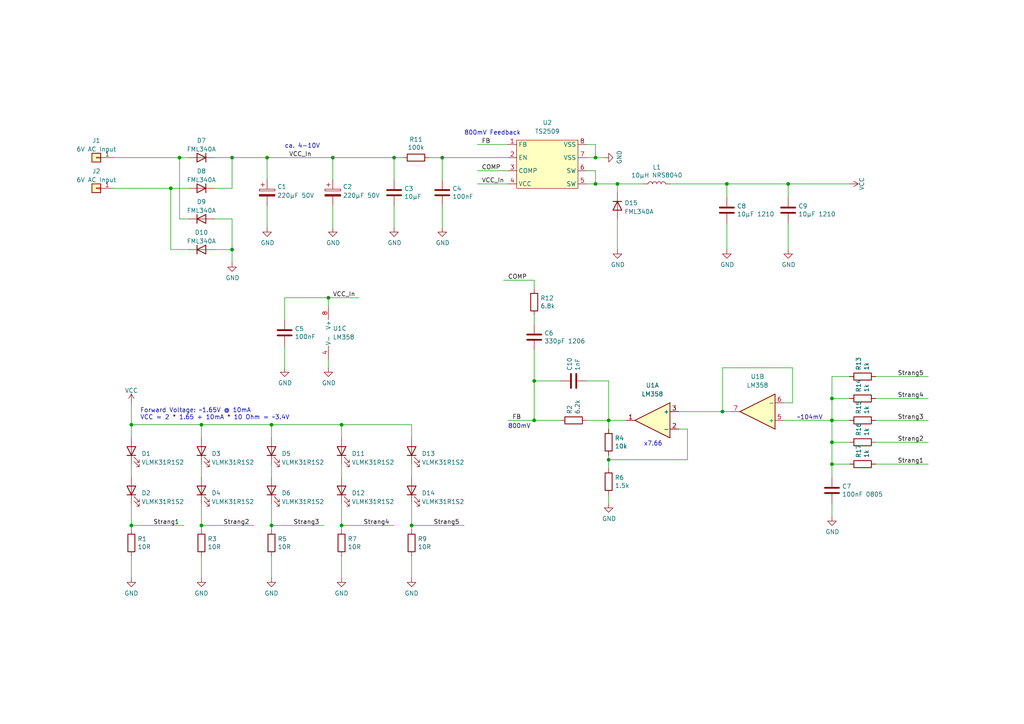
<source format=kicad_sch>
(kicad_sch (version 20211123) (generator eeschema)
  (paper "A4")
  (lib_symbols
    (symbol "Amplifier_Operational:LM358" (pin_names (offset 0.127))
      (property "Reference" "U" (at 0 5.08 0))
      (property "Value" "LM358" (at 0 -5.08 0))
      (symbol "LM358_1_1"
        (polyline (pts (xy -5.08 5.08) (xy 5.08 0) (xy -5.08 -5.08) (xy -5.08 5.08)) (stroke (width 0.254)) (fill (type background)))
        (pin output line (at 7.62 0 180) (length 2.54) (name "~") (number "1"))
        (pin input line (at -7.62 -2.54 0) (length 2.54) (name "-") (number "2"))
        (pin input line (at -7.62 2.54 0) (length 2.54) (name "+") (number "3"))
      )
      (symbol "LM358_2_1"
        (polyline (pts (xy -5.08 5.08) (xy 5.08 0) (xy -5.08 -5.08) (xy -5.08 5.08)) (stroke (width 0.254)) (fill (type background)))
        (pin input line (at -7.62 2.54 0) (length 2.54) (name "+") (number "5"))
        (pin input line (at -7.62 -2.54 0) (length 2.54) (name "-") (number "6"))
        (pin output line (at 7.62 0 180) (length 2.54) (name "~") (number "7"))
      )
      (symbol "LM358_3_1"
        (pin power_in line (at -2.54 -7.62 90) (length 3.81) (name "V-") (number "4"))
        (pin power_in line (at -2.54 7.62 270) (length 3.81) (name "V+") (number "8"))
      )
    )
    (symbol "Connector_Generic:Conn_01x01" (pin_names (offset 1.016) hide)
      (property "Reference" "J" (at 0 2.54 0))
      (property "Value" "Conn_01x01" (at 0 -2.54 0))
      (symbol "Conn_01x01_1_1"
        (rectangle (start -1.27 0.127) (end 0 -0.127) (stroke (width 0.1524)))
        (rectangle (start -1.27 1.27) (end 1.27 -1.27) (stroke (width 0.254)) (fill (type background)))
        (pin passive line (at -5.08 0 0) (length 3.81) (name "Pin_1") (number "1"))
      )
    )
    (symbol "Device:C" (pin_numbers hide) (pin_names (offset 0.254))
      (property "Reference" "C" (at 0.635 2.54 0))
      (property "Value" "C" (at 0.635 -2.54 0))
      (symbol "C_0_1"
        (polyline (pts (xy -2.032 -0.762) (xy 2.032 -0.762)) (stroke (width 0.508)))
        (polyline (pts (xy -2.032 0.762) (xy 2.032 0.762)) (stroke (width 0.508)))
      )
      (symbol "C_1_1"
        (pin passive line (at 0 3.81 270) (length 2.794) (name "~") (number "1"))
        (pin passive line (at 0 -3.81 90) (length 2.794) (name "~") (number "2"))
      )
    )
    (symbol "Device:C_Polarized" (pin_numbers hide) (pin_names (offset 0.254))
      (property "Reference" "C" (at 0.635 2.54 0))
      (property "Value" "C_Polarized" (at 0.635 -2.54 0))
      (symbol "C_Polarized_0_1"
        (rectangle (start -2.286 0.508) (end 2.286 1.016))
        (polyline (pts (xy -1.778 2.286) (xy -0.762 2.286)))
        (polyline (pts (xy -1.27 2.794) (xy -1.27 1.778)))
        (rectangle (start 2.286 -0.508) (end -2.286 -1.016) (fill (type outline)))
      )
      (symbol "C_Polarized_1_1"
        (pin passive line (at 0 3.81 270) (length 2.794) (name "~") (number "1"))
        (pin passive line (at 0 -3.81 90) (length 2.794) (name "~") (number "2"))
      )
    )
    (symbol "Device:D" (pin_numbers hide) (pin_names (offset 1.016) hide)
      (property "Reference" "D" (at 0 2.54 0))
      (property "Value" "D" (at 0 -2.54 0))
      (symbol "D_0_1"
        (polyline (pts (xy -1.27 1.27) (xy -1.27 -1.27)) (stroke (width 0.254)))
        (polyline (pts (xy 1.27 0) (xy -1.27 0)))
        (polyline (pts (xy 1.27 1.27) (xy 1.27 -1.27) (xy -1.27 0) (xy 1.27 1.27)) (stroke (width 0.254)))
      )
      (symbol "D_1_1"
        (pin passive line (at -3.81 0 0) (length 2.54) (name "K") (number "1"))
        (pin passive line (at 3.81 0 180) (length 2.54) (name "A") (number "2"))
      )
    )
    (symbol "Device:L" (pin_numbers hide) (pin_names (offset 1.016) hide)
      (property "Reference" "L" (at -1.27 0 90))
      (property "Value" "L" (at 1.905 0 90))
      (symbol "L_0_1"
        (arc (start 0 -2.54) (mid 0.635 -1.905) (end 0 -1.27))
        (arc (start 0 -1.27) (mid 0.635 -0.635) (end 0 0))
        (arc (start 0 0) (mid 0.635 0.635) (end 0 1.27))
        (arc (start 0 1.27) (mid 0.635 1.905) (end 0 2.54))
      )
      (symbol "L_1_1"
        (pin passive line (at 0 3.81 270) (length 1.27) (name "1") (number "1"))
        (pin passive line (at 0 -3.81 90) (length 1.27) (name "2") (number "2"))
      )
    )
    (symbol "Device:LED" (pin_numbers hide) (pin_names (offset 1.016) hide)
      (property "Reference" "D" (at 0 2.54 0))
      (property "Value" "LED" (at 0 -2.54 0))
      (symbol "LED_0_1"
        (polyline (pts (xy -1.27 -1.27) (xy -1.27 1.27)) (stroke (width 0.254)))
        (polyline (pts (xy -1.27 0) (xy 1.27 0)))
        (polyline (pts (xy 1.27 -1.27) (xy 1.27 1.27) (xy -1.27 0) (xy 1.27 -1.27)) (stroke (width 0.254)))
        (polyline (pts (xy -3.048 -0.762) (xy -4.572 -2.286) (xy -3.81 -2.286) (xy -4.572 -2.286) (xy -4.572 -1.524)))
        (polyline (pts (xy -1.778 -0.762) (xy -3.302 -2.286) (xy -2.54 -2.286) (xy -3.302 -2.286) (xy -3.302 -1.524)))
      )
      (symbol "LED_1_1"
        (pin passive line (at -3.81 0 0) (length 2.54) (name "K") (number "1"))
        (pin passive line (at 3.81 0 180) (length 2.54) (name "A") (number "2"))
      )
    )
    (symbol "Device:R" (pin_numbers hide) (pin_names (offset 0))
      (property "Reference" "R" (at 2.032 0 90))
      (property "Value" "R" (at 0 0 90))
      (symbol "R_0_1"
        (rectangle (start -1.016 -2.54) (end 1.016 2.54) (stroke (width 0.254)))
      )
      (symbol "R_1_1"
        (pin passive line (at 0 3.81 270) (length 1.27) (name "~") (number "1"))
        (pin passive line (at 0 -3.81 90) (length 1.27) (name "~") (number "2"))
      )
    )
    (symbol "TS2509:TS2509"
      (property "Reference" "U" (at 0 16.51 0))
      (property "Value" "TS2509" (at 0 13.97 0))
      (symbol "TS2509_0_1"
        (rectangle (start -8.89 12.7) (end 8.89 -1.27) (fill (type background)))
      )
      (symbol "TS2509_1_1"
        (pin input line (at -11.43 11.43 0) (length 2.54) (name "FB") (number "1"))
        (pin input line (at -11.43 7.62 0) (length 2.54) (name "EN") (number "2"))
        (pin input line (at -11.43 3.81 0) (length 2.54) (name "COMP") (number "3"))
        (pin power_in line (at -11.43 0 0) (length 2.54) (name "VCC") (number "4"))
        (pin passive line (at 11.43 0 180) (length 2.54) (name "SW") (number "5"))
        (pin passive line (at 11.43 3.81 180) (length 2.54) (name "SW") (number "6"))
        (pin power_in line (at 11.43 7.62 180) (length 2.54) (name "VSS") (number "7"))
        (pin power_in line (at 11.43 11.43 180) (length 2.54) (name "VSS") (number "8"))
      )
    )
    (symbol "power:GND" (power) (pin_names (offset 0))
      (property "Value" "GND" (at 0 -3.81 0))
      (symbol "GND_0_1"
        (polyline (pts (xy 0 0) (xy 0 -1.27) (xy 1.27 -1.27) (xy 0 -2.54) (xy -1.27 -1.27) (xy 0 -1.27)))
      )
      (symbol "GND_1_1"
        (pin power_in line (at 0 0 270) (length 0) hide (name "GND") (number "1"))
      )
    )
    (symbol "power:VCC" (power) (pin_names (offset 0))
      (property "Value" "VCC" (at 0 3.81 0))
      (symbol "VCC_0_1"
        (polyline (pts (xy -0.762 1.27) (xy 0 2.54)))
        (polyline (pts (xy 0 0) (xy 0 2.54)))
        (polyline (pts (xy 0 2.54) (xy 0.762 1.27)))
      )
      (symbol "VCC_1_1"
        (pin power_in line (at 0 0 90) (length 0) hide (name "VCC") (number "1"))
      )
    )
  )
  (junction (at 67.31 72.39))
  (junction (at 241.3 128.27))
  (junction (at 99.06 123.19))
  (junction (at 99.06 152.4))
  (junction (at 96.52 45.72))
  (junction (at 154.94 110.49))
  (junction (at 38.1 152.4))
  (junction (at 38.1 123.19))
  (junction (at 67.31 45.72))
  (junction (at 241.3 115.57))
  (junction (at 58.42 123.19))
  (junction (at 77.47 45.72))
  (junction (at 78.74 152.4))
  (junction (at 95.25 86.36))
  (junction (at 78.74 123.19))
  (junction (at 114.3 45.72))
  (junction (at 128.27 45.72))
  (junction (at 176.53 133.35))
  (junction (at 179.07 53.34))
  (junction (at 172.72 45.72))
  (junction (at 176.53 121.92))
  (junction (at 154.94 121.92))
  (junction (at 209.55 119.38))
  (junction (at 49.53 54.61))
  (junction (at 210.82 53.34))
  (junction (at 241.3 121.92))
  (junction (at 241.3 134.62))
  (junction (at 58.42 152.4))
  (junction (at 228.6 53.34))
  (junction (at 52.07 45.72))
  (junction (at 119.38 152.4))
  (junction (at 172.72 53.34))
  (wire (pts (xy 179.07 53.34) (xy 179.07 55.88)))
  (wire (pts (xy 229.87 116.84) (xy 229.87 106.68)))
  (wire (pts (xy 67.31 72.39) (xy 67.31 76.2)))
  (wire (pts (xy 33.02 54.61) (xy 49.53 54.61)))
  (wire (pts (xy 52.07 45.72) (xy 54.61 45.72)))
  (wire (pts (xy 241.3 115.57) (xy 241.3 121.92)))
  (wire (pts (xy 77.47 45.72) (xy 96.52 45.72)))
  (wire (pts (xy 58.42 123.19) (xy 78.74 123.19)))
  (wire (pts (xy 95.25 88.9) (xy 95.25 86.36)))
  (wire (pts (xy 154.94 81.28) (xy 154.94 83.82)))
  (wire (pts (xy 154.94 91.44) (xy 154.94 93.98)))
  (wire (pts (xy 241.3 109.22) (xy 246.38 109.22)))
  (wire (pts (xy 96.52 45.72) (xy 96.52 52.07)))
  (wire (pts (xy 146.05 81.28) (xy 154.94 81.28)))
  (wire (pts (xy 95.25 86.36) (xy 104.14 86.36)))
  (wire (pts (xy 78.74 152.4) (xy 78.74 153.67)))
  (wire (pts (xy 54.61 63.5) (xy 52.07 63.5)))
  (wire (pts (xy 77.47 45.72) (xy 77.47 52.07)))
  (wire (pts (xy 170.18 53.34) (xy 172.72 53.34)))
  (wire (pts (xy 172.72 45.72) (xy 170.18 45.72)))
  (wire (pts (xy 58.42 161.29) (xy 58.42 167.64)))
  (wire (pts (xy 241.3 146.05) (xy 241.3 149.86)))
  (wire (pts (xy 99.06 146.05) (xy 99.06 152.4)))
  (wire (pts (xy 227.33 121.92) (xy 241.3 121.92)))
  (wire (pts (xy 38.1 152.4) (xy 38.1 153.67)))
  (wire (pts (xy 172.72 53.34) (xy 179.07 53.34)))
  (wire (pts (xy 38.1 127) (xy 38.1 123.19)))
  (wire (pts (xy 54.61 54.61) (xy 49.53 54.61)))
  (wire (pts (xy 241.3 121.92) (xy 241.3 128.27)))
  (wire (pts (xy 119.38 161.29) (xy 119.38 167.64)))
  (wire (pts (xy 147.32 121.92) (xy 154.94 121.92)))
  (wire (pts (xy 119.38 123.19) (xy 119.38 127)))
  (wire (pts (xy 38.1 146.05) (xy 38.1 152.4)))
  (wire (pts (xy 172.72 45.72) (xy 175.26 45.72)))
  (wire (pts (xy 154.94 121.92) (xy 162.56 121.92)))
  (wire (pts (xy 170.18 49.53) (xy 172.72 49.53)))
  (wire (pts (xy 138.43 41.91) (xy 147.32 41.91)))
  (wire (pts (xy 162.56 110.49) (xy 154.94 110.49)))
  (wire (pts (xy 33.02 45.72) (xy 52.07 45.72)))
  (wire (pts (xy 99.06 152.4) (xy 114.3 152.4)))
  (wire (pts (xy 78.74 123.19) (xy 78.74 127)))
  (wire (pts (xy 78.74 161.29) (xy 78.74 167.64)))
  (wire (pts (xy 119.38 152.4) (xy 119.38 153.67)))
  (wire (pts (xy 95.25 86.36) (xy 82.55 86.36)))
  (wire (pts (xy 95.25 104.14) (xy 95.25 106.68)))
  (wire (pts (xy 78.74 146.05) (xy 78.74 152.4)))
  (wire (pts (xy 58.42 134.62) (xy 58.42 138.43)))
  (wire (pts (xy 241.3 128.27) (xy 241.3 134.62)))
  (wire (pts (xy 38.1 152.4) (xy 53.34 152.4)))
  (wire (pts (xy 58.42 146.05) (xy 58.42 152.4)))
  (wire (pts (xy 96.52 59.69) (xy 96.52 66.04)))
  (wire (pts (xy 209.55 106.68) (xy 209.55 119.38)))
  (wire (pts (xy 254 109.22) (xy 269.24 109.22)))
  (wire (pts (xy 119.38 146.05) (xy 119.38 152.4)))
  (wire (pts (xy 172.72 49.53) (xy 172.72 53.34)))
  (wire (pts (xy 77.47 59.69) (xy 77.47 66.04)))
  (wire (pts (xy 52.07 63.5) (xy 52.07 45.72)))
  (wire (pts (xy 99.06 161.29) (xy 99.06 167.64)))
  (wire (pts (xy 154.94 101.6) (xy 154.94 110.49)))
  (wire (pts (xy 62.23 45.72) (xy 67.31 45.72)))
  (wire (pts (xy 228.6 53.34) (xy 246.38 53.34)))
  (wire (pts (xy 99.06 123.19) (xy 99.06 127)))
  (wire (pts (xy 179.07 63.5) (xy 179.07 72.39)))
  (wire (pts (xy 209.55 119.38) (xy 212.09 119.38)))
  (wire (pts (xy 128.27 59.69) (xy 128.27 66.04)))
  (wire (pts (xy 82.55 86.36) (xy 82.55 92.71)))
  (wire (pts (xy 62.23 54.61) (xy 67.31 54.61)))
  (wire (pts (xy 38.1 123.19) (xy 58.42 123.19)))
  (wire (pts (xy 176.53 143.51) (xy 176.53 146.05)))
  (wire (pts (xy 119.38 134.62) (xy 119.38 138.43)))
  (wire (pts (xy 82.55 100.33) (xy 82.55 106.68)))
  (wire (pts (xy 58.42 123.19) (xy 58.42 127)))
  (wire (pts (xy 62.23 72.39) (xy 67.31 72.39)))
  (wire (pts (xy 196.85 124.46) (xy 199.39 124.46)))
  (wire (pts (xy 227.33 116.84) (xy 229.87 116.84)))
  (wire (pts (xy 124.46 45.72) (xy 128.27 45.72)))
  (wire (pts (xy 58.42 152.4) (xy 73.66 152.4)))
  (wire (pts (xy 241.3 121.92) (xy 246.38 121.92)))
  (wire (pts (xy 67.31 63.5) (xy 67.31 72.39)))
  (wire (pts (xy 254 115.57) (xy 269.24 115.57)))
  (wire (pts (xy 78.74 152.4) (xy 93.98 152.4)))
  (wire (pts (xy 254 128.27) (xy 269.24 128.27)))
  (wire (pts (xy 210.82 64.77) (xy 210.82 72.39)))
  (wire (pts (xy 138.43 53.34) (xy 147.32 53.34)))
  (wire (pts (xy 99.06 152.4) (xy 99.06 153.67)))
  (wire (pts (xy 67.31 54.61) (xy 67.31 45.72)))
  (wire (pts (xy 210.82 57.15) (xy 210.82 53.34)))
  (wire (pts (xy 228.6 57.15) (xy 228.6 53.34)))
  (wire (pts (xy 241.3 109.22) (xy 241.3 115.57)))
  (wire (pts (xy 170.18 41.91) (xy 172.72 41.91)))
  (wire (pts (xy 67.31 45.72) (xy 77.47 45.72)))
  (wire (pts (xy 138.43 49.53) (xy 147.32 49.53)))
  (wire (pts (xy 38.1 161.29) (xy 38.1 167.64)))
  (wire (pts (xy 199.39 133.35) (xy 176.53 133.35)))
  (wire (pts (xy 229.87 106.68) (xy 209.55 106.68)))
  (wire (pts (xy 128.27 45.72) (xy 147.32 45.72)))
  (wire (pts (xy 49.53 72.39) (xy 54.61 72.39)))
  (wire (pts (xy 99.06 134.62) (xy 99.06 138.43)))
  (wire (pts (xy 38.1 116.84) (xy 38.1 123.19)))
  (wire (pts (xy 176.53 110.49) (xy 176.53 121.92)))
  (wire (pts (xy 210.82 53.34) (xy 228.6 53.34)))
  (wire (pts (xy 172.72 41.91) (xy 172.72 45.72)))
  (wire (pts (xy 114.3 59.69) (xy 114.3 66.04)))
  (wire (pts (xy 119.38 152.4) (xy 134.62 152.4)))
  (wire (pts (xy 114.3 45.72) (xy 116.84 45.72)))
  (wire (pts (xy 170.18 121.92) (xy 176.53 121.92)))
  (wire (pts (xy 96.52 45.72) (xy 114.3 45.72)))
  (wire (pts (xy 241.3 134.62) (xy 241.3 138.43)))
  (wire (pts (xy 254 134.62) (xy 269.24 134.62)))
  (wire (pts (xy 170.18 110.49) (xy 176.53 110.49)))
  (wire (pts (xy 154.94 110.49) (xy 154.94 121.92)))
  (wire (pts (xy 114.3 52.07) (xy 114.3 45.72)))
  (wire (pts (xy 196.85 119.38) (xy 209.55 119.38)))
  (wire (pts (xy 199.39 124.46) (xy 199.39 133.35)))
  (wire (pts (xy 179.07 53.34) (xy 186.69 53.34)))
  (wire (pts (xy 228.6 64.77) (xy 228.6 72.39)))
  (wire (pts (xy 78.74 123.19) (xy 99.06 123.19)))
  (wire (pts (xy 99.06 123.19) (xy 119.38 123.19)))
  (wire (pts (xy 181.61 121.92) (xy 176.53 121.92)))
  (wire (pts (xy 241.3 128.27) (xy 246.38 128.27)))
  (wire (pts (xy 176.53 133.35) (xy 176.53 132.08)))
  (wire (pts (xy 176.53 133.35) (xy 176.53 135.89)))
  (wire (pts (xy 58.42 152.4) (xy 58.42 153.67)))
  (wire (pts (xy 241.3 115.57) (xy 246.38 115.57)))
  (wire (pts (xy 176.53 121.92) (xy 176.53 124.46)))
  (wire (pts (xy 49.53 54.61) (xy 49.53 72.39)))
  (wire (pts (xy 194.31 53.34) (xy 210.82 53.34)))
  (wire (pts (xy 78.74 134.62) (xy 78.74 138.43)))
  (wire (pts (xy 128.27 45.72) (xy 128.27 52.07)))
  (wire (pts (xy 241.3 134.62) (xy 246.38 134.62)))
  (wire (pts (xy 38.1 134.62) (xy 38.1 138.43)))
  (wire (pts (xy 62.23 63.5) (xy 67.31 63.5)))
  (wire (pts (xy 254 121.92) (xy 269.24 121.92)))
  (text "Forward Voltage: ~1.65V @ 10mA\nVCC = 2 * 1.65 + 10mA * 10 Ohm = ~3.4V" (at 40.64 121.92 0) (effects (font (size 1.27 1.27)) (justify left bottom)))
  (text "ca. 4-10V" (at 82.55 43.18 0) (effects (font (size 1.27 1.27)) (justify left bottom)))
  (text "800mV Feedback" (at 134.62 39.37 0) (effects (font (size 1.27 1.27)) (justify left bottom)))
  (text "800mV" (at 147.32 124.46 0) (effects (font (size 1.27 1.27)) (justify left bottom)))
  (text "x7.66" (at 186.69 129.54 0) (effects (font (size 1.27 1.27)) (justify left bottom)))
  (text "~104mV" (at 231.14 121.92 0) (effects (font (size 1.27 1.27)) (justify left bottom)))
  (label "VCC_In" (at 96.52 86.36 0))
  (label "Strang1" (at 44.45 152.4 0))
  (label "COMP" (at 147.32 81.28 0))
  (label "VCC_In" (at 83.82 45.72 0))
  (label "Strang4" (at 105.41 152.4 0))
  (label "FB" (at 148.59 121.92 0))
  (label "FB" (at 139.7 41.91 0))
  (label "Strang1" (at 260.35 134.62 0))
  (label "Strang3" (at 260.35 121.92 0))
  (label "Strang2" (at 64.77 152.4 0))
  (label "Strang2" (at 260.35 128.27 0))
  (label "Strang4" (at 260.35 115.57 0))
  (label "Strang3" (at 85.09 152.4 0))
  (label "VCC_In" (at 139.7 53.34 0))
  (label "Strang5" (at 125.73 152.4 0))
  (label "Strang5" (at 260.35 109.22 0))
  (label "COMP" (at 139.7 49.53 0))
  (symbol (lib_id "Device:R") (at 250.19 128.27 90) (unit 1)
    (property "Reference" "R16" (at 249.0216 126.492 0) (effects (justify left)))
    (property "Value" "1k" (at 251.333 126.492 0) (effects (justify left)))
    (property "Footprint" "Resistor_SMD:R_0805_2012Metric_Pad1.20x1.40mm_HandSolder" (effects hide))
  )
  (symbol (lib_id "Device:C") (at 114.3 55.88 0) (unit 1)
    (property "Reference" "C3" (at 117.221 54.7116 0) (effects (justify left)))
    (property "Value" "10µF" (at 117.221 57.023 0) (effects (justify left)))
    (property "Footprint" "Capacitor_SMD:C_1210_3225Metric_Pad1.33x2.70mm_HandSolder" (effects hide))
  )
  (symbol (lib_id "Device:D") (at 58.42 45.72 180) (unit 1)
    (property "Reference" "D7" (at 58.42 40.7502 0))
    (property "Value" "FML340A" (at 58.42 43.2871 0))
    (property "Footprint" "Diode_SMD:D_SMB_Handsoldering" (effects hide))
  )
  (symbol (lib_id "Device:LED") (at 58.42 130.81 90) (unit 1)
    (property "Reference" "D3" (at 61.341 131.5628 90) (effects (justify right)))
    (property "Value" "VLMK31R1S2" (at 61.341 134.0997 90) (effects (justify right)))
    (property "Footprint" "LED_SMD:LED_PLCC-2" (effects hide))
  )
  (symbol (lib_id "power:GND") (at 99.06 167.64 0) (unit 1)
    (property "Reference" "#PWR0105" (effects hide))
    (property "Value" "GND" (at 99.06 172.0834 0))
  )
  (symbol (lib_id "Device:LED") (at 38.1 142.24 90) (unit 1)
    (property "Reference" "D2" (at 41.021 142.9928 90) (effects (justify right)))
    (property "Value" "VLMK31R1S2" (at 41.021 145.5297 90) (effects (justify right)))
    (property "Footprint" "LED_SMD:LED_PLCC-2" (effects hide))
  )
  (symbol (lib_id "power:GND") (at 241.3 149.86 0) (unit 1)
    (property "Reference" "#PWR0111" (effects hide))
    (property "Value" "GND" (at 241.427 154.2542 0))
  )
  (symbol (lib_id "power:VCC") (at 38.1 116.84 0) (unit 1)
    (property "Reference" "#PWR0104" (effects hide))
    (property "Value" "VCC" (at 38.1 113.2642 0))
  )
  (symbol (lib_id "Device:C") (at 82.55 96.52 0) (unit 1)
    (property "Reference" "C5" (at 85.471 95.3516 0) (effects (justify left)))
    (property "Value" "100nF" (at 85.471 97.663 0) (effects (justify left)))
    (property "Footprint" "Capacitor_SMD:C_0805_2012Metric_Pad1.18x1.45mm_HandSolder" (effects hide))
  )
  (symbol (lib_id "power:GND") (at 176.53 146.05 0) (unit 1)
    (property "Reference" "#PWR0107" (effects hide))
    (property "Value" "GND" (at 176.657 150.4442 0))
  )
  (symbol (lib_id "power:GND") (at 114.3 66.04 0) (unit 1)
    (property "Reference" "#PWR0112" (effects hide))
    (property "Value" "GND" (at 114.427 70.4342 0))
  )
  (symbol (lib_id "Device:R") (at 250.19 109.22 90) (unit 1)
    (property "Reference" "R13" (at 249.0216 107.442 0) (effects (justify left)))
    (property "Value" "1k" (at 251.333 107.442 0) (effects (justify left)))
    (property "Footprint" "Resistor_SMD:R_0805_2012Metric_Pad1.20x1.40mm_HandSolder" (effects hide))
  )
  (symbol (lib_id "Connector_Generic:Conn_01x01") (at 27.94 54.61 180) (unit 1)
    (property "Reference" "J2" (at 27.94 49.6402 0))
    (property "Value" "6V AC Input" (at 27.94 52.1771 0))
    (property "Footprint" "TestPoint:TestPoint_Pad_3.0x3.0mm" (effects hide))
  )
  (symbol (lib_id "Device:R") (at 78.74 157.48 0) (unit 1)
    (property "Reference" "R5" (at 80.518 156.3116 0) (effects (justify left)))
    (property "Value" "10R" (at 80.518 158.623 0) (effects (justify left)))
    (property "Footprint" "Resistor_SMD:R_0805_2012Metric_Pad1.20x1.40mm_HandSolder" (effects hide))
  )
  (symbol (lib_id "Device:LED") (at 119.38 130.81 90) (unit 1)
    (property "Reference" "D13" (at 122.301 131.5628 90) (effects (justify right)))
    (property "Value" "VLMK31R1S2" (at 122.301 134.0997 90) (effects (justify right)))
    (property "Footprint" "LED_SMD:LED_PLCC-2" (effects hide))
  )
  (symbol (lib_id "Device:LED") (at 99.06 142.24 90) (unit 1)
    (property "Reference" "D12" (at 101.981 142.9928 90) (effects (justify right)))
    (property "Value" "VLMK31R1S2" (at 101.981 145.5297 90) (effects (justify right)))
    (property "Footprint" "LED_SMD:LED_PLCC-2" (effects hide))
  )
  (symbol (lib_id "Device:LED") (at 58.42 142.24 90) (unit 1)
    (property "Reference" "D4" (at 61.341 142.9928 90) (effects (justify right)))
    (property "Value" "VLMK31R1S2" (at 61.341 145.5297 90) (effects (justify right)))
    (property "Footprint" "LED_SMD:LED_PLCC-2" (effects hide))
  )
  (symbol (lib_id "power:GND") (at 128.27 66.04 0) (unit 1)
    (property "Reference" "#PWR0113" (effects hide))
    (property "Value" "GND" (at 128.397 70.4342 0))
  )
  (symbol (lib_id "power:GND") (at 67.31 76.2 0) (unit 1)
    (property "Reference" "#PWR0116" (effects hide))
    (property "Value" "GND" (at 67.437 80.5942 0))
  )
  (symbol (lib_id "Device:R") (at 176.53 139.7 0) (unit 1)
    (property "Reference" "R6" (at 178.308 138.5316 0) (effects (justify left)))
    (property "Value" "1.5k" (at 178.308 140.843 0) (effects (justify left)))
    (property "Footprint" "Resistor_SMD:R_0805_2012Metric_Pad1.20x1.40mm_HandSolder" (effects hide))
  )
  (symbol (lib_id "Device:R") (at 58.42 157.48 0) (unit 1)
    (property "Reference" "R3" (at 60.198 156.3116 0) (effects (justify left)))
    (property "Value" "10R" (at 60.198 158.623 0) (effects (justify left)))
    (property "Footprint" "Resistor_SMD:R_0805_2012Metric_Pad1.20x1.40mm_HandSolder" (effects hide))
  )
  (symbol (lib_id "Device:L") (at 190.5 53.34 90) (unit 1)
    (property "Reference" "L1" (at 190.5 48.514 90))
    (property "Value" "10µH NRS8040" (at 190.5 50.8254 90))
    (property "Footprint" "Inductor_SMD:L_Taiyo-Yuden_NR-80xx_HandSoldering" (effects hide))
  )
  (symbol (lib_id "Device:R") (at 38.1 157.48 0) (unit 1)
    (property "Reference" "R1" (at 39.878 156.3116 0) (effects (justify left)))
    (property "Value" "10R" (at 39.878 158.623 0) (effects (justify left)))
    (property "Footprint" "Resistor_SMD:R_0805_2012Metric_Pad1.20x1.40mm_HandSolder" (effects hide))
  )
  (symbol (lib_id "Device:R") (at 99.06 157.48 0) (unit 1)
    (property "Reference" "R7" (at 100.838 156.3116 0) (effects (justify left)))
    (property "Value" "10R" (at 100.838 158.623 0) (effects (justify left)))
    (property "Footprint" "Resistor_SMD:R_0805_2012Metric_Pad1.20x1.40mm_HandSolder" (effects hide))
  )
  (symbol (lib_id "power:GND") (at 58.42 167.64 0) (unit 1)
    (property "Reference" "#PWR0102" (effects hide))
    (property "Value" "GND" (at 58.42 172.0834 0))
  )
  (symbol (lib_id "Amplifier_Operational:LM358") (at 189.23 121.92 0) (mirror y) (unit 1)
    (property "Reference" "U1" (at 189.23 111.76 0))
    (property "Value" "LM358" (at 189.23 114.3 0))
    (property "Footprint" "Package_SO:SO-8_3.9x4.9mm_P1.27mm" (effects hide))
    (property "Datasheet" "http://www.ti.com/lit/ds/symlink/lm2904-n.pdf" (effects hide))
  )
  (symbol (lib_id "Device:LED") (at 78.74 130.81 90) (unit 1)
    (property "Reference" "D5" (at 81.661 131.5628 90) (effects (justify right)))
    (property "Value" "VLMK31R1S2" (at 81.661 134.0997 90) (effects (justify right)))
    (property "Footprint" "LED_SMD:LED_PLCC-2" (effects hide))
  )
  (symbol (lib_id "Device:R") (at 119.38 157.48 0) (unit 1)
    (property "Reference" "R9" (at 121.158 156.3116 0) (effects (justify left)))
    (property "Value" "10R" (at 121.158 158.623 0) (effects (justify left)))
    (property "Footprint" "Resistor_SMD:R_0805_2012Metric_Pad1.20x1.40mm_HandSolder" (effects hide))
  )
  (symbol (lib_id "Device:C_Polarized") (at 77.47 55.88 0) (unit 1)
    (property "Reference" "C1" (at 80.391 54.1563 0) (effects (justify left)))
    (property "Value" "220µF 50V" (at 80.391 56.6932 0) (effects (justify left)))
    (property "Footprint" "Capacitor_SMD:C_Elec_10x10.2" (effects hide))
  )
  (symbol (lib_id "Device:LED") (at 99.06 130.81 90) (unit 1)
    (property "Reference" "D11" (at 101.981 131.5628 90) (effects (justify right)))
    (property "Value" "VLMK31R1S2" (at 101.981 134.0997 90) (effects (justify right)))
    (property "Footprint" "LED_SMD:LED_PLCC-2" (effects hide))
  )
  (symbol (lib_id "power:GND") (at 210.82 72.39 0) (unit 1)
    (property "Reference" "#PWR0108" (effects hide))
    (property "Value" "GND" (at 210.947 76.7842 0))
  )
  (symbol (lib_id "Device:R") (at 250.19 134.62 90) (unit 1)
    (property "Reference" "R17" (at 249.0216 132.842 0) (effects (justify left)))
    (property "Value" "1k" (at 251.333 132.842 0) (effects (justify left)))
    (property "Footprint" "Resistor_SMD:R_0805_2012Metric_Pad1.20x1.40mm_HandSolder" (effects hide))
  )
  (symbol (lib_id "power:VCC") (at 246.38 53.34 270) (unit 1)
    (property "Reference" "#PWR0110" (effects hide))
    (property "Value" "VCC" (at 249.9558 53.34 0))
  )
  (symbol (lib_id "Device:R") (at 120.65 45.72 270) (unit 1)
    (property "Reference" "R11" (at 120.65 40.4622 90))
    (property "Value" "100k" (at 120.65 42.7736 90))
    (property "Footprint" "Resistor_SMD:R_0805_2012Metric_Pad1.20x1.40mm_HandSolder" (effects hide))
  )
  (symbol (lib_id "power:GND") (at 119.38 167.64 0) (unit 1)
    (property "Reference" "#PWR0106" (effects hide))
    (property "Value" "GND" (at 119.38 172.0834 0))
  )
  (symbol (lib_id "Device:D") (at 58.42 63.5 0) (unit 1)
    (property "Reference" "D9" (at 58.42 58.5302 0))
    (property "Value" "FML340A" (at 58.42 61.0671 0))
    (property "Footprint" "Diode_SMD:D_SMB_Handsoldering" (effects hide))
  )
  (symbol (lib_id "Device:D") (at 58.42 54.61 180) (unit 1)
    (property "Reference" "D8" (at 58.42 49.6402 0))
    (property "Value" "FML340A" (at 58.42 52.1771 0))
    (property "Footprint" "Diode_SMD:D_SMB_Handsoldering" (effects hide))
  )
  (symbol (lib_id "Device:C") (at 154.94 97.79 0) (unit 1)
    (property "Reference" "C6" (at 157.861 96.6216 0) (effects (justify left)))
    (property "Value" "330pF 1206" (at 157.861 98.933 0) (effects (justify left)))
    (property "Footprint" "Capacitor_SMD:C_1206_3216Metric_Pad1.33x1.80mm_HandSolder" (effects hide))
  )
  (symbol (lib_id "Device:LED") (at 38.1 130.81 90) (unit 1)
    (property "Reference" "D1" (at 41.021 131.5628 90) (effects (justify right)))
    (property "Value" "VLMK31R1S2" (at 41.021 134.0997 90) (effects (justify right)))
    (property "Footprint" "LED_SMD:LED_PLCC-2" (effects hide))
  )
  (symbol (lib_id "power:GND") (at 78.74 167.64 0) (unit 1)
    (property "Reference" "#PWR0101" (effects hide))
    (property "Value" "GND" (at 78.74 172.0834 0))
  )
  (symbol (lib_id "Device:C") (at 228.6 60.96 0) (unit 1)
    (property "Reference" "C9" (at 231.521 59.7916 0) (effects (justify left)))
    (property "Value" "10µF 1210" (at 231.521 62.103 0) (effects (justify left)))
    (property "Footprint" "Capacitor_SMD:C_1210_3225Metric_Pad1.33x2.70mm_HandSolder" (effects hide))
  )
  (symbol (lib_id "power:GND") (at 77.47 66.04 0) (unit 1)
    (property "Reference" "#PWR0115" (effects hide))
    (property "Value" "GND" (at 77.597 70.4342 0))
  )
  (symbol (lib_id "power:GND") (at 96.52 66.04 0) (unit 1)
    (property "Reference" "#PWR0117" (effects hide))
    (property "Value" "GND" (at 96.647 70.4342 0))
  )
  (symbol (lib_id "Device:R") (at 250.19 121.92 90) (unit 1)
    (property "Reference" "R15" (at 249.0216 120.142 0) (effects (justify left)))
    (property "Value" "1k" (at 251.333 120.142 0) (effects (justify left)))
    (property "Footprint" "Resistor_SMD:R_0805_2012Metric_Pad1.20x1.40mm_HandSolder" (effects hide))
  )
  (symbol (lib_id "Device:R") (at 154.94 87.63 0) (unit 1)
    (property "Reference" "R12" (at 156.718 86.4616 0) (effects (justify left)))
    (property "Value" "6.8k" (at 156.718 88.773 0) (effects (justify left)))
    (property "Footprint" "Resistor_SMD:R_0805_2012Metric_Pad1.20x1.40mm_HandSolder" (effects hide))
  )
  (symbol (lib_id "power:GND") (at 228.6 72.39 0) (unit 1)
    (property "Reference" "#PWR0109" (effects hide))
    (property "Value" "GND" (at 228.727 76.7842 0))
  )
  (symbol (lib_id "Device:LED") (at 119.38 142.24 90) (unit 1)
    (property "Reference" "D14" (at 122.301 142.9928 90) (effects (justify right)))
    (property "Value" "VLMK31R1S2" (at 122.301 145.5297 90) (effects (justify right)))
    (property "Footprint" "LED_SMD:LED_PLCC-2" (effects hide))
  )
  (symbol (lib_id "Device:R") (at 166.37 121.92 90) (unit 1)
    (property "Reference" "R2" (at 165.2016 120.142 0) (effects (justify left)))
    (property "Value" "6.2k" (at 167.513 120.142 0) (effects (justify left)))
    (property "Footprint" "Resistor_SMD:R_0805_2012Metric_Pad1.20x1.40mm_HandSolder" (effects hide))
  )
  (symbol (lib_id "power:GND") (at 38.1 167.64 0) (unit 1)
    (property "Reference" "#PWR0103" (effects hide))
    (property "Value" "GND" (at 38.1 172.0834 0))
  )
  (symbol (lib_id "TS2509:TS2509") (at 158.75 53.34 0) (unit 1)
    (property "Reference" "U2" (at 158.75 35.56 0))
    (property "Value" "TS2509" (at 158.75 38.1 0))
    (property "Footprint" "Package_SO:SO-8_3.9x4.9mm_P1.27mm" (effects hide))
  )
  (symbol (lib_id "Device:R") (at 250.19 115.57 90) (unit 1)
    (property "Reference" "R14" (at 249.0216 113.792 0) (effects (justify left)))
    (property "Value" "1k" (at 251.333 113.792 0) (effects (justify left)))
    (property "Footprint" "Resistor_SMD:R_0805_2012Metric_Pad1.20x1.40mm_HandSolder" (effects hide))
  )
  (symbol (lib_id "Connector_Generic:Conn_01x01") (at 27.94 45.72 180) (unit 1)
    (property "Reference" "J1" (at 27.94 40.7502 0))
    (property "Value" "6V AC Input" (at 27.94 43.2871 0))
    (property "Footprint" "TestPoint:TestPoint_Pad_3.0x3.0mm" (effects hide))
  )
  (symbol (lib_id "Device:C") (at 166.37 110.49 90) (unit 1)
    (property "Reference" "C10" (at 165.2016 107.569 0) (effects (justify left)))
    (property "Value" "1nF" (at 167.513 107.569 0) (effects (justify left)))
    (property "Footprint" "Capacitor_SMD:C_0805_2012Metric_Pad1.18x1.45mm_HandSolder" (effects hide))
  )
  (symbol (lib_id "power:GND") (at 179.07 72.39 0) (unit 1)
    (property "Reference" "#PWR0119" (effects hide))
    (property "Value" "GND" (at 179.197 76.7842 0))
  )
  (symbol (lib_id "Device:C") (at 241.3 142.24 0) (unit 1)
    (property "Reference" "C7" (at 244.221 141.0716 0) (effects (justify left)))
    (property "Value" "100nF 0805" (at 244.221 143.383 0) (effects (justify left)))
    (property "Footprint" "Capacitor_SMD:C_0805_2012Metric_Pad1.18x1.45mm_HandSolder" (effects hide))
  )
  (symbol (lib_id "Device:C") (at 128.27 55.88 0) (unit 1)
    (property "Reference" "C4" (at 131.191 54.7116 0) (effects (justify left)))
    (property "Value" "100nF" (at 131.191 57.023 0) (effects (justify left)))
    (property "Footprint" "Capacitor_SMD:C_0805_2012Metric_Pad1.18x1.45mm_HandSolder" (effects hide))
  )
  (symbol (lib_id "Amplifier_Operational:LM358") (at 219.71 119.38 180) (unit 2)
    (property "Reference" "U1" (at 219.71 109.22 0))
    (property "Value" "LM358" (at 219.71 111.76 0))
    (property "Footprint" "Package_SO:SO-8_3.9x4.9mm_P1.27mm" (effects hide))
    (property "Datasheet" "http://www.ti.com/lit/ds/symlink/lm2904-n.pdf" (effects hide))
  )
  (symbol (lib_id "Device:C_Polarized") (at 96.52 55.88 0) (unit 1)
    (property "Reference" "C2" (at 99.441 54.1563 0) (effects (justify left)))
    (property "Value" "220µF 50V" (at 99.441 56.6932 0) (effects (justify left)))
    (property "Footprint" "Capacitor_SMD:C_Elec_10x10.2" (effects hide))
  )
  (symbol (lib_id "Device:R") (at 176.53 128.27 0) (unit 1)
    (property "Reference" "R4" (at 178.308 127.1016 0) (effects (justify left)))
    (property "Value" "10k" (at 178.308 129.413 0) (effects (justify left)))
    (property "Footprint" "Resistor_SMD:R_0805_2012Metric_Pad1.20x1.40mm_HandSolder" (effects hide))
  )
  (symbol (lib_id "power:GND") (at 95.25 106.68 0) (unit 1)
    (property "Reference" "#PWR0114" (effects hide))
    (property "Value" "GND" (at 95.377 111.0742 0))
  )
  (symbol (lib_id "Device:D") (at 58.42 72.39 0) (unit 1)
    (property "Reference" "D10" (at 58.42 67.4202 0))
    (property "Value" "FML340A" (at 58.42 69.9571 0))
    (property "Footprint" "Diode_SMD:D_SMB_Handsoldering" (effects hide))
  )
  (symbol (lib_id "Device:D") (at 179.07 59.69 270) (unit 1)
    (property "Reference" "D15" (at 181.102 58.8553 90) (effects (justify left)))
    (property "Value" "FML340A" (at 181.102 61.3922 90) (effects (justify left)))
    (property "Footprint" "Diode_SMD:D_SMB_Handsoldering" (effects hide))
  )
  (symbol (lib_id "power:GND") (at 82.55 106.68 0) (unit 1)
    (property "Reference" "#PWR0118" (effects hide))
    (property "Value" "GND" (at 82.677 111.0742 0))
  )
  (symbol (lib_id "Amplifier_Operational:LM358") (at 97.79 96.52 0) (unit 3)
    (property "Reference" "U1" (at 96.52 95.2499 0) (effects (justify left)))
    (property "Value" "LM358" (at 96.52 97.7899 0) (effects (justify left)))
    (property "Footprint" "Package_SO:SO-8_3.9x4.9mm_P1.27mm" (effects hide))
    (property "Datasheet" "http://www.ti.com/lit/ds/symlink/lm2904-n.pdf" (effects hide))
  )
  (symbol (lib_id "Device:C") (at 210.82 60.96 0) (unit 1)
    (property "Reference" "C8" (at 213.741 59.7916 0) (effects (justify left)))
    (property "Value" "10µF 1210" (at 213.741 62.103 0) (effects (justify left)))
    (property "Footprint" "Capacitor_SMD:C_1210_3225Metric_Pad1.33x2.70mm_HandSolder" (effects hide))
  )
  (symbol (lib_id "power:GND") (at 175.26 45.72 90) (unit 1)
    (property "Reference" "#PWR0120" (effects hide))
    (property "Value" "GND" (at 179.6542 45.593 0))
  )
  (symbol (lib_id "Device:LED") (at 78.74 142.24 90) (unit 1)
    (property "Reference" "D6" (at 81.661 142.9928 90) (effects (justify right)))
    (property "Value" "VLMK31R1S2" (at 81.661 145.5297 90) (effects (justify right)))
    (property "Footprint" "LED_SMD:LED_PLCC-2" (effects hide))
  )
)
</source>
